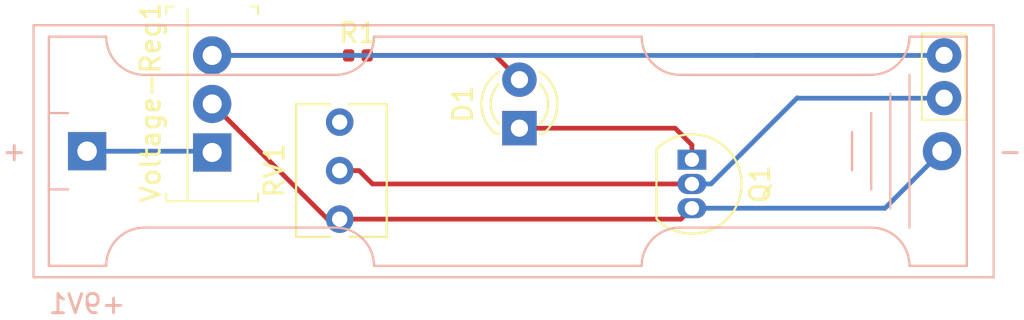
<source format=kicad_pcb>
(kicad_pcb (version 20211014) (generator pcbnew)
  (layers (0 "F.Cu" signal) (31 "B.Cu" signal) (34 "B.Paste" user) (35 "F.Paste" user) (36 "B.SilkS" user "B.Silkscreen") (37 "F.SilkS" user "F.Silkscreen") (38 "B.Mask" user) (39 "F.Mask" user) (44 "Edge.Cuts" user))
  (net 0 "")
  (net 1 "Net-(+9V1-Pad1)")
  (net 2 "Net-(+9V1-Pad2)")
  (net 3 "Net-(BZ1-Pad2)")
  (net 4 "Net-(D1-Pad2)")
  (net 5 "Net-(BZ1-Pad1)")
  (net 6 "Net-(RV1-Pad1)")
  (net 7 "Net-(H1-Pad1)")
  (footprint "LED_THT:LED_D3.0mm_FlatTop" (layer "F.Cu") (at 209.7405 147.8915 90)
    (fp_text reference "D1" (at 1.27 -2.96 90) (layer "F.SilkS"))
    (fp_text value "LED")
    (fp_line (start -0.29 1.08) (end -0.29 1.236) (layer "F.SilkS") (width 0.12))
    (fp_line (start -0.29 -1.236) (end -0.29 -1.08) (layer "F.SilkS") (width 0.12))
    (fp_arc (start 2.31113 1.079837) (mid 1.270117 1.5) (end 0.229039 1.08) (layer "F.SilkS") (width 0.12))
    (fp_arc (start 0.229039 -1.08) (mid 1.270117 -1.5) (end 2.31113 -1.079837) (layer "F.SilkS") (width 0.12))
    (fp_arc (start 2.942335 1.078608) (mid 1.366487 1.987659) (end -0.29 1.235516) (layer "F.SilkS") (width 0.12))
    (fp_arc (start -0.29 -1.235516) (mid 1.366487 -1.987659) (end 2.942335 -1.078608) (layer "F.SilkS") (width 0.12))
    (pad "1" thru_hole rect locked (at 0 0 90) (size 1.8 1.8) (drill 0.9) (layers *.Cu *.Mask) (net 3 "Net-(BZ1-Pad2)"))
    (pad "2" thru_hole circle locked (at 2.54 0 90) (size 1.8 1.8) (drill 0.9) (layers *.Cu *.Mask) (net 4 "Net-(D1-Pad2)"))
  )
  (footprint "Package_TO_SOT_THT:TO-92_Inline" (layer "F.Cu") (at 218.7575 149.5425 -90)
    (fp_text reference "Q1" (at 1.27 -3.56 -90) (layer "F.SilkS"))
    (fp_text value "BC547")
    (fp_line (start -0.53 1.85) (end 3.07 1.85) (layer "F.SilkS") (width 0.12))
    (fp_arc (start 1.27 -2.6) (mid 3.672087 -0.994977) (end 3.108478 1.838478) (layer "F.SilkS") (width 0.12))
    (fp_arc (start -0.568478 1.838478) (mid -1.132087 -0.994977) (end 1.27 -2.6) (layer "F.SilkS") (width 0.12))
    (pad "1" thru_hole rect locked (at 0 0 270) (size 1.05 1.5) (drill 0.75) (layers *.Cu *.Mask) (net 3 "Net-(BZ1-Pad2)"))
    (pad "2" thru_hole oval locked (at 1.27 0 270) (size 1.05 1.5) (drill 0.75) (layers *.Cu *.Mask) (net 7 "Net-(H1-Pad1)"))
    (pad "3" thru_hole oval locked (at 2.54 0 270) (size 1.05 1.5) (drill 0.75) (layers *.Cu *.Mask) (net 2 "Net-(+9V1-Pad2)"))
  )
  (footprint "Resistor_SMD:R_0402_1005Metric" (layer "F.Cu") (at 201.295 144.0815)
    (fp_text reference "R1" (at 0 -1.17) (layer "F.SilkS"))
    (fp_text value "1kohm")
    (pad "1" smd roundrect locked (at -0.485 0) (size 0.59 0.64) (layers "F.Cu" "F.Paste" "F.Mask") (net 5 "Net-(BZ1-Pad1)"))
    (pad "2" smd roundrect locked (at 0.485 0) (size 0.59 0.64) (layers "F.Cu" "F.Paste" "F.Mask") (net 4 "Net-(D1-Pad2)"))
  )
  (footprint "Potentiometer_THT:Potentiometer_Bourns_3266Y_Vertical" (layer "F.Cu") (at 200.3425 147.574 90)
    (fp_text reference "RV1" (at -2.54 -3.41 90) (layer "F.SilkS"))
    (fp_text value "R_POT")
    (fp_line (start 0.935 0.496) (end 0.935 2.46) (layer "F.SilkS") (width 0.12))
    (fp_line (start -6.015 -2.28) (end -6.015 -0.494) (layer "F.SilkS") (width 0.12))
    (fp_line (start -6.015 -2.28) (end 0.935 -2.28) (layer "F.SilkS") (width 0.12))
    (fp_line (start 0.935 -2.28) (end 0.935 -0.494) (layer "F.SilkS") (width 0.12))
    (fp_line (start -6.015 2.46) (end 0.935 2.46) (layer "F.SilkS") (width 0.12))
    (fp_line (start -6.015 0.496) (end -6.015 2.46) (layer "F.SilkS") (width 0.12))
    (pad "1" thru_hole circle locked (at 0 0 90) (size 1.44 1.44) (drill 0.8) (layers *.Cu *.Mask) (net 6 "Net-(RV1-Pad1)"))
    (pad "2" thru_hole circle locked (at -2.54 0 90) (size 1.44 1.44) (drill 0.8) (layers *.Cu *.Mask) (net 7 "Net-(H1-Pad1)"))
    (pad "3" thru_hole circle locked (at -5.08 0 90) (size 1.44 1.44) (drill 0.8) (layers *.Cu *.Mask) (net 2 "Net-(+9V1-Pad2)"))
  )
  (footprint "digikey-footprints:TO-220-3" (layer "F.Cu") (at 193.675 149.1615 90)
    (fp_text reference "Voltage-Reg1" (at 2.62 -3.22 90) (layer "F.SilkS"))
    (fp_text value "L7805CV")
    (fp_line (start -2.56 2.4) (end -2.56 -2) (layer "F.SilkS") (width 0.1))
    (fp_line (start -2.56 -2.4) (end -2.56 -2) (layer "F.SilkS") (width 0.1))
    (fp_line (start -2.56 -2.4) (end -2.16 -2.4) (layer "F.SilkS") (width 0.1))
    (fp_line (start 7.24 -2.4) (end 7.64 -2.4) (layer "F.SilkS") (width 0.1))
    (fp_line (start 7.64 2.4) (end 7.24 2.4) (layer "F.SilkS") (width 0.1))
    (fp_line (start -2.56 -1.29) (end 7.54 -1.29) (layer "F.SilkS") (width 0.1))
    (fp_line (start 7.64 -2.4) (end 7.64 -2) (layer "F.SilkS") (width 0.1))
    (fp_line (start -2.56 2.4) (end -2.16 2.4) (layer "F.SilkS") (width 0.1))
    (fp_line (start 7.64 2.4) (end 7.64 2) (layer "F.SilkS") (width 0.1))
    (pad "1" thru_hole rect locked (at 0 0 90) (size 2 2) (drill 1) (layers *.Cu *.Mask) (net 1 "Net-(+9V1-Pad1)"))
    (pad "2" thru_hole circle locked (at 2.54 0 90) (size 2 2) (drill 1) (layers *.Cu *.Mask) (net 2 "Net-(+9V1-Pad2)"))
    (pad "3" thru_hole circle locked (at 5.08 0 90) (size 2 2) (drill 1) (layers *.Cu *.Mask) (net 5 "Net-(BZ1-Pad1)"))
  )
  (footprint "custom_libraryies:MountingHole.1.8mm" (layer "F.Cu") (at 231.832672 146.272751 90)
    (fp_text reference "H1" hide)
    (fp_text value "sensor" hide)
    (pad "1" thru_hole circle locked (at -0.048001 0.110999 90) (size 1.8 1.8) (drill 0.9) (layers *.Cu *.Mask) (net 7 "Net-(H1-Pad1)"))
  )
  (footprint "custom_libraryies:MountingHole.1.8mm" (layer "F.Cu") (at 231.832672 144.031727 90)
    (fp_text reference "H2" hide)
    (fp_text value "MountingHole_Pad" hide)
    (pad "1" thru_hole circle locked (at -0.048001 0.110999 90) (size 1.8 1.8) (drill 0.9) (layers *.Cu *.Mask) (net 5 "Net-(BZ1-Pad1)"))
  )
  (footprint "Battery:BatteryHolder_Keystone_2466_1xAAA" (layer "B.Cu") (at 187.1345 149.098)
    (fp_text reference "+9V1" (at 0 8 -180) (layer "B.SilkS") (effects (justify mirror)))
    (fp_text value "Battery")
    (fp_text user "+" (at -3.81 0) (layer "B.SilkS") (effects (justify mirror)))
    (fp_text user "-" (at 48.26 0) (layer "B.SilkS") (effects (justify mirror)))
    (fp_line (start -2 2) (end -1 2) (layer "B.SilkS") (width 0.12))
    (fp_line (start -2.8 -6.6) (end 47.4 -6.6) (layer "B.SilkS") (width 0.12))
    (fp_line (start -2 6) (end -2 -6) (layer "B.SilkS") (width 0.12))
    (fp_line (start 42 -3) (end 42 3) (layer "B.SilkS") (width 0.12))
    (fp_line (start 41 4) (end 31 4) (layer "B.SilkS") (width 0.12))
    (fp_line (start 41 -4) (end 31 -4) (layer "B.SilkS") (width 0.12))
    (fp_line (start 46 6) (end 46 -6) (layer "B.SilkS") (width 0.12))
    (fp_line (start 47.4 -6.6) (end 47.4 6.6) (layer "B.SilkS") (width 0.12))
    (fp_line (start -2 -6) (end 1 -6) (layer "B.SilkS") (width 0.12))
    (fp_line (start -1 -2) (end -2 -2) (layer "B.SilkS") (width 0.12))
    (fp_line (start -2 6) (end 1 6) (layer "B.SilkS") (width 0.12))
    (fp_line (start 41 2) (end 41 -2) (layer "B.SilkS") (width 0.12))
    (fp_line (start 3 -4) (end 13 -4) (layer "B.SilkS") (width 0.12))
    (fp_line (start 46 -6) (end 43 -6) (layer "B.SilkS") (width 0.12))
    (fp_line (start 47.4 6.6) (end -2.8 6.6) (layer "B.SilkS") (width 0.12))
    (fp_line (start -2.8 6.6) (end -2.8 -6.6) (layer "B.SilkS") (width 0.12))
    (fp_line (start 40 1) (end 40 -1) (layer "B.SilkS") (width 0.12))
    (fp_line (start 29 6) (end 15 6) (layer "B.SilkS") (width 0.12))
    (fp_line (start 15 -6) (end 29 -6) (layer "B.SilkS") (width 0.12))
    (fp_line (start 43 4) (end 43 -4) (layer "B.SilkS") (width 0.12))
    (fp_line (start 46 6) (end 43 6) (layer "B.SilkS") (width 0.12))
    (fp_line (start 3 4) (end 13 4) (layer "B.SilkS") (width 0.12))
    (fp_arc (start 13 4) (mid 14.414214 4.585786) (end 15 6) (layer "B.SilkS") (width 0.12))
    (fp_arc (start 29 6) (mid 29.585786 4.585786) (end 31 4) (layer "B.SilkS") (width 0.12))
    (fp_arc (start 1 6) (mid 1.585786 4.585786) (end 3 4) (layer "B.SilkS") (width 0.12))
    (fp_arc (start 43 -6) (mid 42.414214 -4.585786) (end 41 -4) (layer "B.SilkS") (width 0.12))
    (fp_arc (start 15 -6) (mid 14.414214 -4.585786) (end 13 -4) (layer "B.SilkS") (width 0.12))
    (fp_arc (start 31 -4) (mid 29.585786 -4.585786) (end 29 -6) (layer "B.SilkS") (width 0.12))
    (fp_arc (start 41 4) (mid 42.414214 4.585786) (end 43 6) (layer "B.SilkS") (width 0.12))
    (fp_arc (start 3 -4) (mid 1.585786 -4.585786) (end 1 -6) (layer "B.SilkS") (width 0.12))
    (pad "1" thru_hole rect locked (at 0 0) (size 2 2) (drill 1.02) (layers *.Cu *.Mask) (net 1 "Net-(+9V1-Pad1)"))
    (pad "2" thru_hole circle locked (at 44.7 0) (size 2 2) (drill 1.02) (layers *.Cu *.Mask) (net 2 "Net-(+9V1-Pad2)"))
  )
  (gr_line (start 230.779655 147.445228) (end 230.779655 142.936728) (layer "F.SilkS") (width 0.1))
  (gr_line (start 230.906655 142.936728) (end 230.843155 142.936728) (layer "F.SilkS") (width 0.1))
  (gr_line (start 230.843155 147.445228) (end 233.065655 147.445228) (layer "F.SilkS") (width 0.1))
  (gr_line (start 233.065655 147.445228) (end 233.065655 142.936728) (layer "F.SilkS") (width 0.1))
  (gr_line (start 233.065655 142.936728) (end 230.906655 142.936728) (layer "F.SilkS") (width 0.1))
  (segment (start 187.1345 149.098) (end 193.6115 149.098) (width 0.25) (layer "B.Cu") (net 1))
  (segment (start 193.6115 149.098) (end 193.675 149.1615) (width 0.25) (layer "B.Cu") (net 1))
  (segment (start 218.186 152.654) (end 218.7575 152.0825) (width 0.25) (layer "F.Cu") (net 2))
  (segment (start 193.675 146.6215) (end 199.7075 152.654) (width 0.25) (layer "F.Cu") (net 2))
  (segment (start 200.3425 152.654) (end 218.186 152.654) (width 0.25) (layer "F.Cu") (net 2))
  (segment (start 199.7075 152.654) (end 200.3425 152.654) (width 0.25) (layer "F.Cu") (net 2))
  (segment (start 228.85 152.0825) (end 231.8345 149.098) (width 0.25) (layer "B.Cu") (net 2))
  (segment (start 218.7575 152.0825) (end 228.85 152.0825) (width 0.25) (layer "B.Cu") (net 2))
  (segment (start 210.8905 147.8915) (end 209.7405 147.8915) (width 0.25) (layer "F.Cu") (net 3))
  (segment (start 218.7575 148.7675) (end 217.8815 147.8915) (width 0.25) (layer "F.Cu") (net 3))
  (segment (start 217.8815 147.8915) (end 210.8905 147.8915) (width 0.25) (layer "F.Cu") (net 3))
  (segment (start 218.7575 149.5425) (end 218.7575 148.7675) (width 0.25) (layer "F.Cu") (net 3))
  (segment (start 201.78 144.0815) (end 208.4705 144.0815) (width 0.25) (layer "F.Cu") (net 4))
  (segment (start 208.4705 144.0815) (end 209.7405 145.3515) (width 0.25) (layer "F.Cu") (net 4))
  (segment (start 193.675 144.0815) (end 198.882 144.0815) (width 0.25) (layer "F.Cu") (net 5))
  (segment (start 198.882 144.0815) (end 200.81 144.0815) (width 0.25) (layer "F.Cu") (net 5))
  (segment (start 230.670879 144.079728) (end 230.669107 144.0815) (width 0.25) (layer "B.Cu") (net 5))
  (segment (start 230.669107 144.0815) (end 222.123 144.0815) (width 0.25) (layer "B.Cu") (net 5))
  (segment (start 231.943671 144.079728) (end 230.670879 144.079728) (width 0.25) (layer "B.Cu") (net 5))
  (segment (start 222.123 144.0815) (end 193.675 144.0815) (width 0.25) (layer "B.Cu") (net 5))
  (segment (start 222.239917 144.0815) (end 222.123 144.0815) (width 0.25) (layer "B.Cu") (net 5))
  (segment (start 202.059233 150.8125) (end 217.7575 150.8125) (width 0.25) (layer "F.Cu") (net 7))
  (segment (start 217.7575 150.8125) (end 218.7575 150.8125) (width 0.25) (layer "F.Cu") (net 7))
  (segment (start 201.360733 150.114) (end 202.059233 150.8125) (width 0.25) (layer "F.Cu") (net 7))
  (segment (start 200.3425 150.114) (end 201.360733 150.114) (width 0.25) (layer "F.Cu") (net 7))
  (segment (start 224.282752 146.320752) (end 231.943671 146.320752) (width 0.25) (layer "B.Cu") (net 7))
  (segment (start 218.7575 150.8125) (end 219.7575 150.8125) (width 0.25) (layer "B.Cu") (net 7))
  (segment (start 219.7575 150.8125) (end 224.266 146.304) (width 0.25) (layer "B.Cu") (net 7))
  (segment (start 231.926919 146.304) (end 231.943671 146.320752) (width 0.25) (layer "B.Cu") (net 7))
  (segment (start 224.266 146.304) (end 224.282752 146.320752) (width 0.25) (layer "B.Cu") (net 7))
)
</source>
